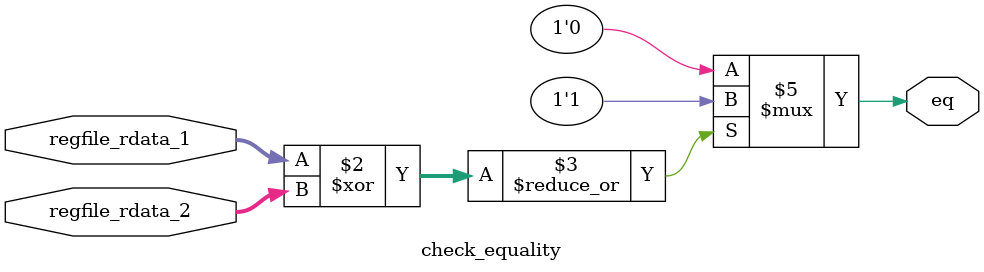
<source format=v>
module check_equality 
(
    input wire [63:0] regfile_rdata_1,
    input wire [63:0] regfile_rdata_2,
    
    output reg eq
);
    always@(*) begin
        if(|(regfile_rdata_1 ^ regfile_rdata_2)) begin
            eq = 1'b1;
        end else begin
            eq = 1'b0;
        end
    end
endmodule
</source>
